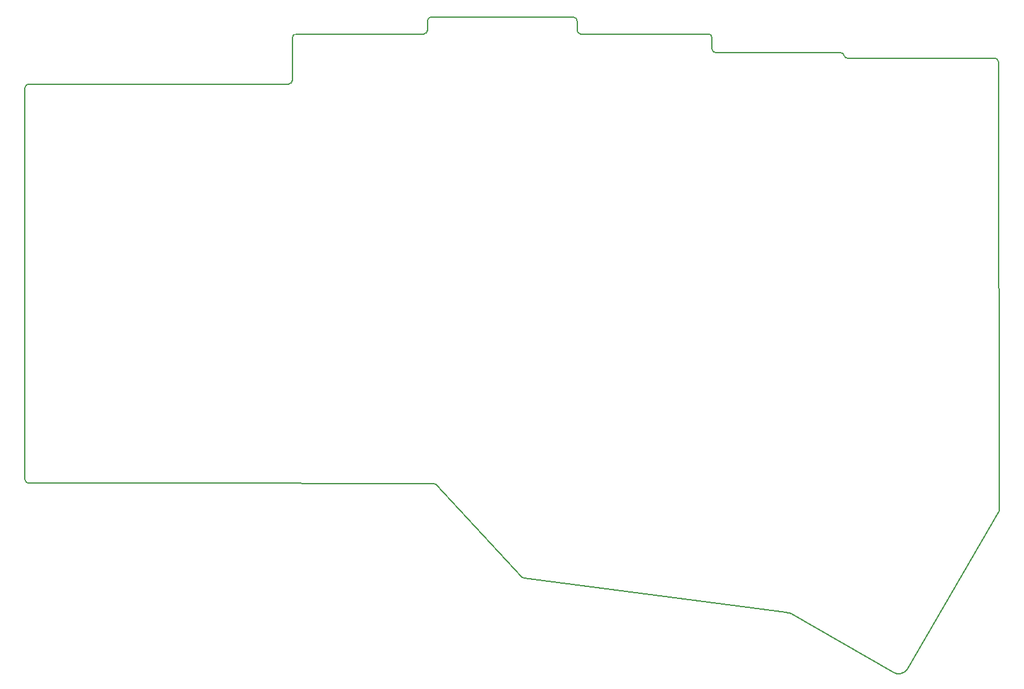
<source format=gm1>
G04 #@! TF.GenerationSoftware,KiCad,Pcbnew,(6.0.8-1)-1*
G04 #@! TF.CreationDate,2023-02-26T16:34:21+02:00*
G04 #@! TF.ProjectId,chococorne,63686f63-6f63-46f7-926e-652e6b696361,2.1*
G04 #@! TF.SameCoordinates,Original*
G04 #@! TF.FileFunction,Profile,NP*
%FSLAX46Y46*%
G04 Gerber Fmt 4.6, Leading zero omitted, Abs format (unit mm)*
G04 Created by KiCad (PCBNEW (6.0.8-1)-1) date 2023-02-26 16:34:21*
%MOMM*%
%LPD*%
G01*
G04 APERTURE LIST*
G04 #@! TA.AperFunction,Profile*
%ADD10C,0.150000*%
G04 #@! TD*
G04 APERTURE END LIST*
D10*
X187620000Y-52430000D02*
X167999902Y-52440020D01*
X93390000Y-55890000D02*
X77829520Y-55894020D01*
X113032807Y-109366852D02*
G75*
G03*
X112700000Y-109240000I-332807J-373148D01*
G01*
X124569999Y-121760001D02*
G75*
G03*
X124845863Y-121904977I371001J371001D01*
G01*
X113032807Y-109366852D02*
X124570000Y-121760000D01*
X174021997Y-134429478D02*
G75*
G03*
X175950000Y-134050000I775003J1149978D01*
G01*
X160464519Y-126604023D02*
G75*
G03*
X159810076Y-126474364I-987619J-3268477D01*
G01*
X175950000Y-134050000D02*
X188200000Y-112870000D01*
X160464520Y-126604020D02*
X174021988Y-134429491D01*
X124845863Y-121904977D02*
X159810076Y-126474364D01*
X112700000Y-109240000D02*
X77819520Y-109214020D01*
X167519902Y-52080020D02*
G75*
G03*
X167030000Y-51680000I-489902J-99980D01*
G01*
X167519886Y-52080025D02*
G75*
G03*
X167999902Y-52440020I480014J140025D01*
G01*
X167030000Y-51680000D02*
X150399520Y-51694020D01*
X93390000Y-55890000D02*
G75*
G03*
X93890000Y-55390000I0J500000D01*
G01*
X94399520Y-49194020D02*
G75*
G03*
X93899520Y-49694020I-20J-499980D01*
G01*
X131389520Y-46944020D02*
X112429520Y-46944020D01*
X131889520Y-48694020D02*
X131889520Y-47444020D01*
X149399520Y-49194020D02*
X132389520Y-49194020D01*
X149899520Y-51194020D02*
X149899520Y-49694020D01*
X93899520Y-49694020D02*
X93890000Y-55390000D01*
X111429520Y-49194020D02*
X94399520Y-49194020D01*
X111929520Y-47444020D02*
X111929520Y-48694020D01*
X111429520Y-49194020D02*
G75*
G03*
X111929520Y-48694020I-20J500020D01*
G01*
X112429520Y-46944020D02*
G75*
G03*
X111929520Y-47444020I-20J-499980D01*
G01*
X131889480Y-47444020D02*
G75*
G03*
X131389520Y-46944020I-499980J20D01*
G01*
X131889480Y-48694020D02*
G75*
G03*
X132389520Y-49194020I500020J20D01*
G01*
X149899480Y-49694020D02*
G75*
G03*
X149399520Y-49194020I-499980J20D01*
G01*
X149899480Y-51194020D02*
G75*
G03*
X150399520Y-51694020I500020J20D01*
G01*
X188120000Y-52930000D02*
G75*
G03*
X187620000Y-52430000I-500000J0D01*
G01*
X58710000Y-55890000D02*
G75*
G03*
X58210000Y-56390000I0J-500000D01*
G01*
X58210000Y-108710000D02*
G75*
G03*
X58710000Y-109210000I500000J0D01*
G01*
X77875000Y-55894020D02*
X58710000Y-55890000D01*
X77819520Y-109214020D02*
X58710000Y-109210000D01*
X58210000Y-56390000D02*
X58210000Y-108710000D01*
X188120000Y-52930000D02*
X188200000Y-112870000D01*
M02*

</source>
